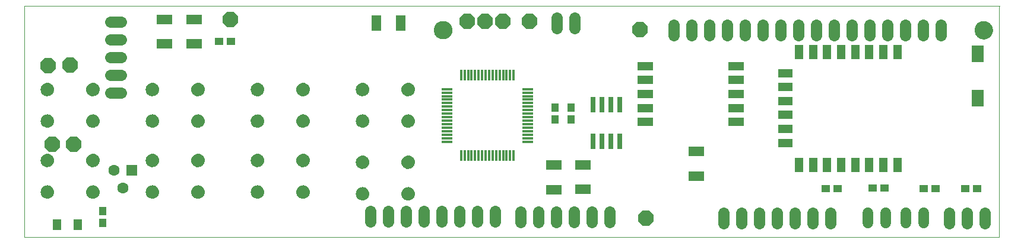
<source format=gts>
G75*
%MOIN*%
%OFA0B0*%
%FSLAX25Y25*%
%IPPOS*%
%LPD*%
%AMOC8*
5,1,8,0,0,1.08239X$1,22.5*
%
%ADD10C,0.00039*%
%ADD11C,0.00000*%
%ADD12C,0.10250*%
%ADD13OC8,0.08900*%
%ADD14C,0.06400*%
%ADD15R,0.08510X0.05400*%
%ADD16R,0.05400X0.08510*%
%ADD17R,0.05124X0.05912*%
%ADD18R,0.05124X0.08274*%
%ADD19R,0.08274X0.05124*%
%ADD20R,0.06300X0.06300*%
%ADD21C,0.06300*%
%ADD22R,0.04337X0.04731*%
%ADD23R,0.04731X0.04337*%
%ADD24C,0.00500*%
%ADD25R,0.06699X0.09455*%
%ADD26R,0.06200X0.01500*%
%ADD27R,0.01500X0.06200*%
%ADD28R,0.02800X0.09100*%
%ADD29R,0.09000X0.04600*%
%ADD30C,0.06000*%
D10*
X0001846Y0002245D02*
X0549091Y0002245D01*
X0549091Y0132742D01*
X0549591Y0132742D01*
X0549091Y0132742D02*
X0001846Y0132742D01*
X0001846Y0002245D01*
X0535509Y0119035D02*
X0535511Y0119175D01*
X0535517Y0119315D01*
X0535527Y0119454D01*
X0535541Y0119593D01*
X0535559Y0119732D01*
X0535580Y0119870D01*
X0535606Y0120008D01*
X0535636Y0120145D01*
X0535669Y0120280D01*
X0535707Y0120415D01*
X0535748Y0120549D01*
X0535793Y0120682D01*
X0535841Y0120813D01*
X0535894Y0120942D01*
X0535950Y0121071D01*
X0536009Y0121197D01*
X0536073Y0121322D01*
X0536139Y0121445D01*
X0536210Y0121566D01*
X0536283Y0121685D01*
X0536360Y0121802D01*
X0536441Y0121916D01*
X0536524Y0122028D01*
X0536611Y0122138D01*
X0536701Y0122246D01*
X0536793Y0122350D01*
X0536889Y0122452D01*
X0536988Y0122552D01*
X0537089Y0122648D01*
X0537193Y0122742D01*
X0537300Y0122832D01*
X0537409Y0122919D01*
X0537521Y0123004D01*
X0537635Y0123085D01*
X0537751Y0123163D01*
X0537869Y0123237D01*
X0537990Y0123308D01*
X0538112Y0123376D01*
X0538237Y0123440D01*
X0538363Y0123501D01*
X0538490Y0123558D01*
X0538620Y0123611D01*
X0538751Y0123661D01*
X0538883Y0123706D01*
X0539016Y0123749D01*
X0539151Y0123787D01*
X0539286Y0123821D01*
X0539423Y0123852D01*
X0539560Y0123879D01*
X0539698Y0123901D01*
X0539837Y0123920D01*
X0539976Y0123935D01*
X0540115Y0123946D01*
X0540255Y0123953D01*
X0540395Y0123956D01*
X0540535Y0123955D01*
X0540675Y0123950D01*
X0540814Y0123941D01*
X0540954Y0123928D01*
X0541093Y0123911D01*
X0541231Y0123890D01*
X0541369Y0123866D01*
X0541506Y0123837D01*
X0541642Y0123805D01*
X0541777Y0123768D01*
X0541911Y0123728D01*
X0542044Y0123684D01*
X0542175Y0123636D01*
X0542305Y0123585D01*
X0542434Y0123530D01*
X0542561Y0123471D01*
X0542686Y0123408D01*
X0542809Y0123343D01*
X0542931Y0123273D01*
X0543050Y0123200D01*
X0543168Y0123124D01*
X0543283Y0123045D01*
X0543396Y0122962D01*
X0543506Y0122876D01*
X0543614Y0122787D01*
X0543719Y0122695D01*
X0543822Y0122600D01*
X0543922Y0122502D01*
X0544019Y0122402D01*
X0544113Y0122298D01*
X0544205Y0122192D01*
X0544293Y0122084D01*
X0544378Y0121973D01*
X0544460Y0121859D01*
X0544539Y0121743D01*
X0544614Y0121626D01*
X0544686Y0121506D01*
X0544754Y0121384D01*
X0544819Y0121260D01*
X0544881Y0121134D01*
X0544939Y0121007D01*
X0544993Y0120878D01*
X0545044Y0120747D01*
X0545090Y0120615D01*
X0545133Y0120482D01*
X0545173Y0120348D01*
X0545208Y0120213D01*
X0545240Y0120076D01*
X0545267Y0119939D01*
X0545291Y0119801D01*
X0545311Y0119663D01*
X0545327Y0119524D01*
X0545339Y0119384D01*
X0545347Y0119245D01*
X0545351Y0119105D01*
X0545351Y0118965D01*
X0545347Y0118825D01*
X0545339Y0118686D01*
X0545327Y0118546D01*
X0545311Y0118407D01*
X0545291Y0118269D01*
X0545267Y0118131D01*
X0545240Y0117994D01*
X0545208Y0117857D01*
X0545173Y0117722D01*
X0545133Y0117588D01*
X0545090Y0117455D01*
X0545044Y0117323D01*
X0544993Y0117192D01*
X0544939Y0117063D01*
X0544881Y0116936D01*
X0544819Y0116810D01*
X0544754Y0116686D01*
X0544686Y0116564D01*
X0544614Y0116444D01*
X0544539Y0116327D01*
X0544460Y0116211D01*
X0544378Y0116097D01*
X0544293Y0115986D01*
X0544205Y0115878D01*
X0544113Y0115772D01*
X0544019Y0115668D01*
X0543922Y0115568D01*
X0543822Y0115470D01*
X0543719Y0115375D01*
X0543614Y0115283D01*
X0543506Y0115194D01*
X0543396Y0115108D01*
X0543283Y0115025D01*
X0543168Y0114946D01*
X0543050Y0114870D01*
X0542931Y0114797D01*
X0542809Y0114727D01*
X0542686Y0114662D01*
X0542561Y0114599D01*
X0542434Y0114540D01*
X0542305Y0114485D01*
X0542175Y0114434D01*
X0542044Y0114386D01*
X0541911Y0114342D01*
X0541777Y0114302D01*
X0541642Y0114265D01*
X0541506Y0114233D01*
X0541369Y0114204D01*
X0541231Y0114180D01*
X0541093Y0114159D01*
X0540954Y0114142D01*
X0540814Y0114129D01*
X0540675Y0114120D01*
X0540535Y0114115D01*
X0540395Y0114114D01*
X0540255Y0114117D01*
X0540115Y0114124D01*
X0539976Y0114135D01*
X0539837Y0114150D01*
X0539698Y0114169D01*
X0539560Y0114191D01*
X0539423Y0114218D01*
X0539286Y0114249D01*
X0539151Y0114283D01*
X0539016Y0114321D01*
X0538883Y0114364D01*
X0538751Y0114409D01*
X0538620Y0114459D01*
X0538490Y0114512D01*
X0538363Y0114569D01*
X0538237Y0114630D01*
X0538112Y0114694D01*
X0537990Y0114762D01*
X0537869Y0114833D01*
X0537751Y0114907D01*
X0537635Y0114985D01*
X0537521Y0115066D01*
X0537409Y0115151D01*
X0537300Y0115238D01*
X0537193Y0115328D01*
X0537089Y0115422D01*
X0536988Y0115518D01*
X0536889Y0115618D01*
X0536793Y0115720D01*
X0536701Y0115824D01*
X0536611Y0115932D01*
X0536524Y0116042D01*
X0536441Y0116154D01*
X0536360Y0116268D01*
X0536283Y0116385D01*
X0536210Y0116504D01*
X0536139Y0116625D01*
X0536073Y0116748D01*
X0536009Y0116873D01*
X0535950Y0116999D01*
X0535894Y0117128D01*
X0535841Y0117257D01*
X0535793Y0117388D01*
X0535748Y0117521D01*
X0535707Y0117655D01*
X0535669Y0117790D01*
X0535636Y0117925D01*
X0535606Y0118062D01*
X0535580Y0118200D01*
X0535559Y0118338D01*
X0535541Y0118477D01*
X0535527Y0118616D01*
X0535517Y0118755D01*
X0535511Y0118895D01*
X0535509Y0119035D01*
D11*
X0535475Y0119000D02*
X0535477Y0119140D01*
X0535483Y0119280D01*
X0535493Y0119420D01*
X0535507Y0119559D01*
X0535525Y0119698D01*
X0535546Y0119836D01*
X0535572Y0119974D01*
X0535602Y0120111D01*
X0535635Y0120246D01*
X0535673Y0120381D01*
X0535714Y0120515D01*
X0535759Y0120648D01*
X0535808Y0120779D01*
X0535860Y0120909D01*
X0535916Y0121037D01*
X0535976Y0121164D01*
X0536039Y0121289D01*
X0536106Y0121412D01*
X0536176Y0121533D01*
X0536250Y0121652D01*
X0536327Y0121769D01*
X0536407Y0121884D01*
X0536491Y0121996D01*
X0536578Y0122106D01*
X0536668Y0122213D01*
X0536760Y0122318D01*
X0536856Y0122420D01*
X0536955Y0122519D01*
X0537056Y0122616D01*
X0537160Y0122710D01*
X0537267Y0122800D01*
X0537376Y0122888D01*
X0537488Y0122972D01*
X0537602Y0123053D01*
X0537719Y0123131D01*
X0537837Y0123206D01*
X0537958Y0123277D01*
X0538080Y0123344D01*
X0538205Y0123409D01*
X0538331Y0123469D01*
X0538459Y0123526D01*
X0538588Y0123580D01*
X0538719Y0123629D01*
X0538851Y0123675D01*
X0538985Y0123717D01*
X0539120Y0123756D01*
X0539255Y0123790D01*
X0539392Y0123821D01*
X0539529Y0123847D01*
X0539668Y0123870D01*
X0539806Y0123889D01*
X0539946Y0123904D01*
X0540085Y0123915D01*
X0540225Y0123922D01*
X0540365Y0123925D01*
X0540505Y0123924D01*
X0540645Y0123919D01*
X0540785Y0123910D01*
X0540924Y0123897D01*
X0541063Y0123880D01*
X0541202Y0123859D01*
X0541339Y0123835D01*
X0541476Y0123806D01*
X0541613Y0123773D01*
X0541748Y0123737D01*
X0541882Y0123697D01*
X0542015Y0123653D01*
X0542146Y0123605D01*
X0542277Y0123553D01*
X0542405Y0123498D01*
X0542532Y0123439D01*
X0542658Y0123377D01*
X0542781Y0123311D01*
X0542903Y0123242D01*
X0543022Y0123169D01*
X0543140Y0123093D01*
X0543255Y0123013D01*
X0543368Y0122930D01*
X0543479Y0122844D01*
X0543587Y0122755D01*
X0543692Y0122663D01*
X0543795Y0122568D01*
X0543895Y0122470D01*
X0543992Y0122369D01*
X0544086Y0122266D01*
X0544178Y0122160D01*
X0544266Y0122051D01*
X0544351Y0121940D01*
X0544433Y0121826D01*
X0544512Y0121711D01*
X0544587Y0121593D01*
X0544659Y0121473D01*
X0544728Y0121351D01*
X0544793Y0121227D01*
X0544854Y0121101D01*
X0544912Y0120973D01*
X0544967Y0120844D01*
X0545017Y0120714D01*
X0545064Y0120582D01*
X0545107Y0120448D01*
X0545146Y0120314D01*
X0545182Y0120179D01*
X0545213Y0120042D01*
X0545241Y0119905D01*
X0545265Y0119767D01*
X0545285Y0119628D01*
X0545301Y0119489D01*
X0545313Y0119350D01*
X0545321Y0119210D01*
X0545325Y0119070D01*
X0545325Y0118930D01*
X0545321Y0118790D01*
X0545313Y0118650D01*
X0545301Y0118511D01*
X0545285Y0118372D01*
X0545265Y0118233D01*
X0545241Y0118095D01*
X0545213Y0117958D01*
X0545182Y0117821D01*
X0545146Y0117686D01*
X0545107Y0117552D01*
X0545064Y0117418D01*
X0545017Y0117286D01*
X0544967Y0117156D01*
X0544912Y0117027D01*
X0544854Y0116899D01*
X0544793Y0116773D01*
X0544728Y0116649D01*
X0544659Y0116527D01*
X0544587Y0116407D01*
X0544512Y0116289D01*
X0544433Y0116174D01*
X0544351Y0116060D01*
X0544266Y0115949D01*
X0544178Y0115840D01*
X0544086Y0115734D01*
X0543992Y0115631D01*
X0543895Y0115530D01*
X0543795Y0115432D01*
X0543692Y0115337D01*
X0543587Y0115245D01*
X0543479Y0115156D01*
X0543368Y0115070D01*
X0543255Y0114987D01*
X0543140Y0114907D01*
X0543022Y0114831D01*
X0542903Y0114758D01*
X0542781Y0114689D01*
X0542658Y0114623D01*
X0542532Y0114561D01*
X0542405Y0114502D01*
X0542277Y0114447D01*
X0542146Y0114395D01*
X0542015Y0114347D01*
X0541882Y0114303D01*
X0541748Y0114263D01*
X0541613Y0114227D01*
X0541476Y0114194D01*
X0541339Y0114165D01*
X0541202Y0114141D01*
X0541063Y0114120D01*
X0540924Y0114103D01*
X0540785Y0114090D01*
X0540645Y0114081D01*
X0540505Y0114076D01*
X0540365Y0114075D01*
X0540225Y0114078D01*
X0540085Y0114085D01*
X0539946Y0114096D01*
X0539806Y0114111D01*
X0539668Y0114130D01*
X0539529Y0114153D01*
X0539392Y0114179D01*
X0539255Y0114210D01*
X0539120Y0114244D01*
X0538985Y0114283D01*
X0538851Y0114325D01*
X0538719Y0114371D01*
X0538588Y0114420D01*
X0538459Y0114474D01*
X0538331Y0114531D01*
X0538205Y0114591D01*
X0538080Y0114656D01*
X0537958Y0114723D01*
X0537837Y0114794D01*
X0537719Y0114869D01*
X0537602Y0114947D01*
X0537488Y0115028D01*
X0537376Y0115112D01*
X0537267Y0115200D01*
X0537160Y0115290D01*
X0537056Y0115384D01*
X0536955Y0115481D01*
X0536856Y0115580D01*
X0536760Y0115682D01*
X0536668Y0115787D01*
X0536578Y0115894D01*
X0536491Y0116004D01*
X0536407Y0116116D01*
X0536327Y0116231D01*
X0536250Y0116348D01*
X0536176Y0116467D01*
X0536106Y0116588D01*
X0536039Y0116711D01*
X0535976Y0116836D01*
X0535916Y0116963D01*
X0535860Y0117091D01*
X0535808Y0117221D01*
X0535759Y0117352D01*
X0535714Y0117485D01*
X0535673Y0117619D01*
X0535635Y0117754D01*
X0535602Y0117889D01*
X0535572Y0118026D01*
X0535546Y0118164D01*
X0535525Y0118302D01*
X0535507Y0118441D01*
X0535493Y0118580D01*
X0535483Y0118720D01*
X0535477Y0118860D01*
X0535475Y0119000D01*
X0231975Y0119100D02*
X0231977Y0119240D01*
X0231983Y0119380D01*
X0231993Y0119520D01*
X0232007Y0119659D01*
X0232025Y0119798D01*
X0232046Y0119936D01*
X0232072Y0120074D01*
X0232102Y0120211D01*
X0232135Y0120346D01*
X0232173Y0120481D01*
X0232214Y0120615D01*
X0232259Y0120748D01*
X0232308Y0120879D01*
X0232360Y0121009D01*
X0232416Y0121137D01*
X0232476Y0121264D01*
X0232539Y0121389D01*
X0232606Y0121512D01*
X0232676Y0121633D01*
X0232750Y0121752D01*
X0232827Y0121869D01*
X0232907Y0121984D01*
X0232991Y0122096D01*
X0233078Y0122206D01*
X0233168Y0122313D01*
X0233260Y0122418D01*
X0233356Y0122520D01*
X0233455Y0122619D01*
X0233556Y0122716D01*
X0233660Y0122810D01*
X0233767Y0122900D01*
X0233876Y0122988D01*
X0233988Y0123072D01*
X0234102Y0123153D01*
X0234219Y0123231D01*
X0234337Y0123306D01*
X0234458Y0123377D01*
X0234580Y0123444D01*
X0234705Y0123509D01*
X0234831Y0123569D01*
X0234959Y0123626D01*
X0235088Y0123680D01*
X0235219Y0123729D01*
X0235351Y0123775D01*
X0235485Y0123817D01*
X0235620Y0123856D01*
X0235755Y0123890D01*
X0235892Y0123921D01*
X0236029Y0123947D01*
X0236168Y0123970D01*
X0236306Y0123989D01*
X0236446Y0124004D01*
X0236585Y0124015D01*
X0236725Y0124022D01*
X0236865Y0124025D01*
X0237005Y0124024D01*
X0237145Y0124019D01*
X0237285Y0124010D01*
X0237424Y0123997D01*
X0237563Y0123980D01*
X0237702Y0123959D01*
X0237839Y0123935D01*
X0237976Y0123906D01*
X0238113Y0123873D01*
X0238248Y0123837D01*
X0238382Y0123797D01*
X0238515Y0123753D01*
X0238646Y0123705D01*
X0238777Y0123653D01*
X0238905Y0123598D01*
X0239032Y0123539D01*
X0239158Y0123477D01*
X0239281Y0123411D01*
X0239403Y0123342D01*
X0239522Y0123269D01*
X0239640Y0123193D01*
X0239755Y0123113D01*
X0239868Y0123030D01*
X0239979Y0122944D01*
X0240087Y0122855D01*
X0240192Y0122763D01*
X0240295Y0122668D01*
X0240395Y0122570D01*
X0240492Y0122469D01*
X0240586Y0122366D01*
X0240678Y0122260D01*
X0240766Y0122151D01*
X0240851Y0122040D01*
X0240933Y0121926D01*
X0241012Y0121811D01*
X0241087Y0121693D01*
X0241159Y0121573D01*
X0241228Y0121451D01*
X0241293Y0121327D01*
X0241354Y0121201D01*
X0241412Y0121073D01*
X0241467Y0120944D01*
X0241517Y0120814D01*
X0241564Y0120682D01*
X0241607Y0120548D01*
X0241646Y0120414D01*
X0241682Y0120279D01*
X0241713Y0120142D01*
X0241741Y0120005D01*
X0241765Y0119867D01*
X0241785Y0119728D01*
X0241801Y0119589D01*
X0241813Y0119450D01*
X0241821Y0119310D01*
X0241825Y0119170D01*
X0241825Y0119030D01*
X0241821Y0118890D01*
X0241813Y0118750D01*
X0241801Y0118611D01*
X0241785Y0118472D01*
X0241765Y0118333D01*
X0241741Y0118195D01*
X0241713Y0118058D01*
X0241682Y0117921D01*
X0241646Y0117786D01*
X0241607Y0117652D01*
X0241564Y0117518D01*
X0241517Y0117386D01*
X0241467Y0117256D01*
X0241412Y0117127D01*
X0241354Y0116999D01*
X0241293Y0116873D01*
X0241228Y0116749D01*
X0241159Y0116627D01*
X0241087Y0116507D01*
X0241012Y0116389D01*
X0240933Y0116274D01*
X0240851Y0116160D01*
X0240766Y0116049D01*
X0240678Y0115940D01*
X0240586Y0115834D01*
X0240492Y0115731D01*
X0240395Y0115630D01*
X0240295Y0115532D01*
X0240192Y0115437D01*
X0240087Y0115345D01*
X0239979Y0115256D01*
X0239868Y0115170D01*
X0239755Y0115087D01*
X0239640Y0115007D01*
X0239522Y0114931D01*
X0239403Y0114858D01*
X0239281Y0114789D01*
X0239158Y0114723D01*
X0239032Y0114661D01*
X0238905Y0114602D01*
X0238777Y0114547D01*
X0238646Y0114495D01*
X0238515Y0114447D01*
X0238382Y0114403D01*
X0238248Y0114363D01*
X0238113Y0114327D01*
X0237976Y0114294D01*
X0237839Y0114265D01*
X0237702Y0114241D01*
X0237563Y0114220D01*
X0237424Y0114203D01*
X0237285Y0114190D01*
X0237145Y0114181D01*
X0237005Y0114176D01*
X0236865Y0114175D01*
X0236725Y0114178D01*
X0236585Y0114185D01*
X0236446Y0114196D01*
X0236306Y0114211D01*
X0236168Y0114230D01*
X0236029Y0114253D01*
X0235892Y0114279D01*
X0235755Y0114310D01*
X0235620Y0114344D01*
X0235485Y0114383D01*
X0235351Y0114425D01*
X0235219Y0114471D01*
X0235088Y0114520D01*
X0234959Y0114574D01*
X0234831Y0114631D01*
X0234705Y0114691D01*
X0234580Y0114756D01*
X0234458Y0114823D01*
X0234337Y0114894D01*
X0234219Y0114969D01*
X0234102Y0115047D01*
X0233988Y0115128D01*
X0233876Y0115212D01*
X0233767Y0115300D01*
X0233660Y0115390D01*
X0233556Y0115484D01*
X0233455Y0115581D01*
X0233356Y0115680D01*
X0233260Y0115782D01*
X0233168Y0115887D01*
X0233078Y0115994D01*
X0232991Y0116104D01*
X0232907Y0116216D01*
X0232827Y0116331D01*
X0232750Y0116448D01*
X0232676Y0116567D01*
X0232606Y0116688D01*
X0232539Y0116811D01*
X0232476Y0116936D01*
X0232416Y0117063D01*
X0232360Y0117191D01*
X0232308Y0117321D01*
X0232259Y0117452D01*
X0232214Y0117585D01*
X0232173Y0117719D01*
X0232135Y0117854D01*
X0232102Y0117989D01*
X0232072Y0118126D01*
X0232046Y0118264D01*
X0232025Y0118402D01*
X0232007Y0118541D01*
X0231993Y0118680D01*
X0231983Y0118820D01*
X0231977Y0118960D01*
X0231975Y0119100D01*
D12*
X0236900Y0119100D03*
X0540400Y0119000D03*
D13*
X0347400Y0119300D03*
X0285600Y0124000D03*
X0270500Y0124100D03*
X0260500Y0124100D03*
X0250500Y0124100D03*
X0117500Y0125100D03*
X0027500Y0099200D03*
X0015000Y0099100D03*
X0017500Y0054600D03*
X0029500Y0054600D03*
X0350900Y0012800D03*
D14*
X0330500Y0010600D02*
X0330500Y0016600D01*
X0320500Y0016600D02*
X0320500Y0010600D01*
X0310500Y0010600D02*
X0310500Y0016600D01*
X0300500Y0016600D02*
X0300500Y0010600D01*
X0290500Y0010600D02*
X0290500Y0016600D01*
X0280500Y0016600D02*
X0280500Y0010600D01*
X0266000Y0011100D02*
X0266000Y0017100D01*
X0256000Y0017100D02*
X0256000Y0011100D01*
X0246000Y0011100D02*
X0246000Y0017100D01*
X0236000Y0017100D02*
X0236000Y0011100D01*
X0226000Y0011100D02*
X0226000Y0017100D01*
X0216000Y0017100D02*
X0216000Y0011100D01*
X0206000Y0011100D02*
X0206000Y0017100D01*
X0196000Y0017100D02*
X0196000Y0011100D01*
X0394500Y0010100D02*
X0394500Y0016100D01*
X0404500Y0016100D02*
X0404500Y0010100D01*
X0414500Y0010100D02*
X0414500Y0016100D01*
X0424500Y0016100D02*
X0424500Y0010100D01*
X0434500Y0010100D02*
X0434500Y0016100D01*
X0444500Y0016100D02*
X0444500Y0010100D01*
X0454500Y0010100D02*
X0454500Y0016100D01*
X0521000Y0016100D02*
X0521000Y0010100D01*
X0531000Y0010100D02*
X0531000Y0016100D01*
X0541000Y0016100D02*
X0541000Y0010100D01*
X0516500Y0116100D02*
X0516500Y0122100D01*
X0506500Y0122100D02*
X0506500Y0116100D01*
X0496500Y0116100D02*
X0496500Y0122100D01*
X0486500Y0122100D02*
X0486500Y0116100D01*
X0476500Y0116100D02*
X0476500Y0122100D01*
X0466500Y0122100D02*
X0466500Y0116100D01*
X0456500Y0116100D02*
X0456500Y0122100D01*
X0446500Y0122100D02*
X0446500Y0116100D01*
X0436500Y0116100D02*
X0436500Y0122100D01*
X0426500Y0122100D02*
X0426500Y0116100D01*
X0416500Y0116100D02*
X0416500Y0122100D01*
X0406500Y0122100D02*
X0406500Y0116100D01*
X0396500Y0116100D02*
X0396500Y0122100D01*
X0386500Y0122100D02*
X0386500Y0116100D01*
X0376500Y0116100D02*
X0376500Y0122100D01*
X0366500Y0122100D02*
X0366500Y0116100D01*
X0310700Y0119900D02*
X0310700Y0125900D01*
X0300700Y0125900D02*
X0300700Y0119900D01*
X0056000Y0123600D02*
X0050000Y0123600D01*
X0050000Y0113600D02*
X0056000Y0113600D01*
X0056000Y0103600D02*
X0050000Y0103600D01*
X0050000Y0093600D02*
X0056000Y0093600D01*
X0056000Y0083600D02*
X0050000Y0083600D01*
D15*
X0080500Y0111191D03*
X0097000Y0111191D03*
X0097000Y0125009D03*
X0080500Y0125009D03*
X0379000Y0050509D03*
X0379000Y0036691D03*
X0315300Y0043009D03*
X0299000Y0042909D03*
X0299000Y0029091D03*
X0315300Y0029191D03*
D16*
X0213209Y0122800D03*
X0199391Y0122800D03*
D17*
X0031806Y0009400D03*
X0019994Y0009400D03*
D18*
X0436874Y0042820D03*
X0444748Y0042820D03*
X0452622Y0042820D03*
X0460496Y0042820D03*
X0468370Y0042820D03*
X0476244Y0042820D03*
X0484118Y0042820D03*
X0491992Y0042820D03*
X0491992Y0106600D03*
X0484118Y0106600D03*
X0476244Y0106600D03*
X0468370Y0106600D03*
X0460496Y0106600D03*
X0452622Y0106600D03*
X0444748Y0106600D03*
X0436874Y0106600D03*
D19*
X0429000Y0094789D03*
X0429000Y0086915D03*
X0429000Y0079041D03*
X0429000Y0071167D03*
X0429000Y0063293D03*
X0429000Y0055419D03*
D20*
X0062000Y0040100D03*
D21*
X0052000Y0040100D03*
X0057000Y0030100D03*
D22*
X0045700Y0016846D03*
X0045700Y0010154D03*
X0299800Y0068754D03*
X0308800Y0068754D03*
X0308800Y0075446D03*
X0299800Y0075446D03*
D23*
X0117846Y0112600D03*
X0111154Y0112600D03*
X0451654Y0029600D03*
X0458346Y0029600D03*
X0478154Y0030100D03*
X0484846Y0030100D03*
X0506654Y0029600D03*
X0513346Y0029600D03*
X0530154Y0029600D03*
X0536846Y0029600D03*
D24*
X0220760Y0026690D02*
X0220692Y0026017D01*
X0220493Y0025371D01*
X0220173Y0024775D01*
X0219742Y0024254D01*
X0219218Y0023826D01*
X0218621Y0023509D01*
X0217973Y0023315D01*
X0217300Y0023250D01*
X0217270Y0023230D01*
X0216609Y0023290D01*
X0215973Y0023478D01*
X0215385Y0023787D01*
X0214869Y0024204D01*
X0214445Y0024714D01*
X0214127Y0025297D01*
X0213930Y0025930D01*
X0213860Y0026590D01*
X0220750Y0026590D01*
X0220760Y0026690D02*
X0220750Y0026770D01*
X0220679Y0027435D01*
X0220479Y0028073D01*
X0220159Y0028659D01*
X0219730Y0029172D01*
X0219210Y0029592D01*
X0218617Y0029902D01*
X0217976Y0030090D01*
X0217310Y0030150D01*
X0217340Y0030140D01*
X0216662Y0030079D01*
X0216010Y0029887D01*
X0215407Y0029572D01*
X0214878Y0029145D01*
X0214442Y0028623D01*
X0214116Y0028026D01*
X0213913Y0027377D01*
X0213840Y0026700D01*
X0213860Y0026590D01*
X0213882Y0027089D02*
X0220716Y0027089D01*
X0220631Y0027587D02*
X0213979Y0027587D01*
X0214148Y0028086D02*
X0220472Y0028086D01*
X0220200Y0028584D02*
X0214420Y0028584D01*
X0214826Y0029083D02*
X0219805Y0029083D01*
X0219223Y0029581D02*
X0215425Y0029581D01*
X0216667Y0030080D02*
X0218012Y0030080D01*
X0220699Y0026092D02*
X0213913Y0026092D01*
X0214035Y0025593D02*
X0220562Y0025593D01*
X0220345Y0025095D02*
X0214237Y0025095D01*
X0214543Y0024596D02*
X0220025Y0024596D01*
X0219551Y0024098D02*
X0215001Y0024098D01*
X0215743Y0023599D02*
X0218790Y0023599D01*
X0195092Y0026027D02*
X0194893Y0025381D01*
X0194573Y0024785D01*
X0194142Y0024264D01*
X0193618Y0023836D01*
X0193021Y0023519D01*
X0192373Y0023325D01*
X0191700Y0023260D01*
X0191670Y0023240D01*
X0191009Y0023300D01*
X0190373Y0023488D01*
X0189785Y0023797D01*
X0189269Y0024214D01*
X0188845Y0024724D01*
X0188527Y0025307D01*
X0188330Y0025940D01*
X0188260Y0026600D01*
X0188240Y0026710D01*
X0188313Y0027387D01*
X0188516Y0028036D01*
X0188842Y0028633D01*
X0189278Y0029155D01*
X0189807Y0029582D01*
X0190410Y0029897D01*
X0191062Y0030089D01*
X0191740Y0030150D01*
X0191710Y0030160D01*
X0192376Y0030100D01*
X0193017Y0029912D01*
X0193610Y0029602D01*
X0194130Y0029182D01*
X0194559Y0028669D01*
X0194879Y0028082D01*
X0195079Y0027445D01*
X0195150Y0026780D01*
X0195160Y0026700D01*
X0195092Y0026027D01*
X0195098Y0026092D02*
X0188314Y0026092D01*
X0188261Y0026590D02*
X0195149Y0026590D01*
X0195117Y0027089D02*
X0188281Y0027089D01*
X0188375Y0027587D02*
X0195034Y0027587D01*
X0194877Y0028086D02*
X0188543Y0028086D01*
X0188815Y0028584D02*
X0194605Y0028584D01*
X0194213Y0029083D02*
X0189217Y0029083D01*
X0189806Y0029581D02*
X0193635Y0029581D01*
X0192445Y0030080D02*
X0191030Y0030080D01*
X0188438Y0025593D02*
X0194959Y0025593D01*
X0194740Y0025095D02*
X0188643Y0025095D01*
X0188951Y0024596D02*
X0194417Y0024596D01*
X0193939Y0024098D02*
X0189413Y0024098D01*
X0190162Y0023599D02*
X0193172Y0023599D01*
X0161692Y0027017D02*
X0161493Y0026371D01*
X0161173Y0025775D01*
X0160742Y0025254D01*
X0160218Y0024826D01*
X0159621Y0024509D01*
X0158973Y0024315D01*
X0158300Y0024250D01*
X0158270Y0024230D01*
X0157609Y0024290D01*
X0156973Y0024478D01*
X0156385Y0024787D01*
X0155869Y0025204D01*
X0155445Y0025714D01*
X0155127Y0026297D01*
X0154930Y0026930D01*
X0154860Y0027590D01*
X0154840Y0027700D01*
X0154913Y0028377D01*
X0155116Y0029026D01*
X0155442Y0029623D01*
X0155878Y0030145D01*
X0156407Y0030572D01*
X0157010Y0030887D01*
X0157662Y0031079D01*
X0158340Y0031140D01*
X0158310Y0031150D01*
X0158976Y0031090D01*
X0159617Y0030902D01*
X0160210Y0030592D01*
X0160730Y0030172D01*
X0161159Y0029659D01*
X0161479Y0029073D01*
X0161679Y0028435D01*
X0161750Y0027770D01*
X0161760Y0027690D01*
X0161692Y0027017D01*
X0161699Y0027089D02*
X0154913Y0027089D01*
X0154861Y0027587D02*
X0161749Y0027587D01*
X0161716Y0028086D02*
X0154881Y0028086D01*
X0154978Y0028584D02*
X0161632Y0028584D01*
X0161473Y0029083D02*
X0155147Y0029083D01*
X0155419Y0029581D02*
X0161201Y0029581D01*
X0160807Y0030080D02*
X0155823Y0030080D01*
X0156419Y0030578D02*
X0160227Y0030578D01*
X0159022Y0031077D02*
X0157654Y0031077D01*
X0155036Y0026590D02*
X0161561Y0026590D01*
X0161343Y0026092D02*
X0155239Y0026092D01*
X0155545Y0025593D02*
X0161023Y0025593D01*
X0160547Y0025095D02*
X0156005Y0025095D01*
X0156749Y0024596D02*
X0159785Y0024596D01*
X0136092Y0027027D02*
X0135893Y0026381D01*
X0135573Y0025785D01*
X0135142Y0025264D01*
X0134618Y0024836D01*
X0134021Y0024519D01*
X0133373Y0024325D01*
X0132700Y0024260D01*
X0132670Y0024240D01*
X0132009Y0024300D01*
X0131373Y0024488D01*
X0130785Y0024797D01*
X0130269Y0025214D01*
X0129845Y0025724D01*
X0129527Y0026307D01*
X0129330Y0026940D01*
X0129260Y0027600D01*
X0129240Y0027710D01*
X0129313Y0028387D01*
X0129516Y0029036D01*
X0129842Y0029633D01*
X0130278Y0030155D01*
X0130807Y0030582D01*
X0131410Y0030897D01*
X0132062Y0031089D01*
X0132740Y0031150D01*
X0132710Y0031160D01*
X0133376Y0031100D01*
X0134017Y0030912D01*
X0134610Y0030602D01*
X0135130Y0030182D01*
X0135559Y0029669D01*
X0135879Y0029082D01*
X0136079Y0028445D01*
X0136150Y0027780D01*
X0136160Y0027700D01*
X0136092Y0027027D01*
X0136098Y0027089D02*
X0129314Y0027089D01*
X0129262Y0027587D02*
X0136148Y0027587D01*
X0136117Y0028086D02*
X0129280Y0028086D01*
X0129375Y0028584D02*
X0136035Y0028584D01*
X0135879Y0029083D02*
X0129541Y0029083D01*
X0129813Y0029581D02*
X0135607Y0029581D01*
X0135216Y0030080D02*
X0130215Y0030080D01*
X0130803Y0030578D02*
X0134639Y0030578D01*
X0133456Y0031077D02*
X0132020Y0031077D01*
X0129439Y0026590D02*
X0135958Y0026590D01*
X0135738Y0026092D02*
X0129644Y0026092D01*
X0129953Y0025593D02*
X0135414Y0025593D01*
X0134935Y0025095D02*
X0130417Y0025095D01*
X0131167Y0024596D02*
X0134166Y0024596D01*
X0102760Y0027690D02*
X0102692Y0027017D01*
X0102493Y0026371D01*
X0102173Y0025775D01*
X0101742Y0025254D01*
X0101218Y0024826D01*
X0100621Y0024509D01*
X0099973Y0024315D01*
X0099300Y0024250D01*
X0099270Y0024230D01*
X0098609Y0024290D01*
X0097973Y0024478D01*
X0097385Y0024787D01*
X0096869Y0025204D01*
X0096445Y0025714D01*
X0096127Y0026297D01*
X0095930Y0026930D01*
X0095860Y0027590D01*
X0095840Y0027700D01*
X0095913Y0028377D01*
X0096116Y0029026D01*
X0096442Y0029623D01*
X0096878Y0030145D01*
X0097407Y0030572D01*
X0098010Y0030887D01*
X0098662Y0031079D01*
X0099340Y0031140D01*
X0099310Y0031150D01*
X0099976Y0031090D01*
X0100617Y0030902D01*
X0101210Y0030592D01*
X0101730Y0030172D01*
X0102159Y0029659D01*
X0102479Y0029073D01*
X0102679Y0028435D01*
X0102750Y0027770D01*
X0102760Y0027690D01*
X0102749Y0027587D02*
X0095861Y0027587D01*
X0095881Y0028086D02*
X0102716Y0028086D01*
X0102632Y0028584D02*
X0095978Y0028584D01*
X0096147Y0029083D02*
X0102473Y0029083D01*
X0102201Y0029581D02*
X0096419Y0029581D01*
X0096823Y0030080D02*
X0101807Y0030080D01*
X0101227Y0030578D02*
X0097419Y0030578D01*
X0098654Y0031077D02*
X0100022Y0031077D01*
X0102699Y0027089D02*
X0095913Y0027089D01*
X0096036Y0026590D02*
X0102561Y0026590D01*
X0102343Y0026092D02*
X0096239Y0026092D01*
X0096545Y0025593D02*
X0102023Y0025593D01*
X0101547Y0025095D02*
X0097005Y0025095D01*
X0097749Y0024596D02*
X0100785Y0024596D01*
X0077092Y0027027D02*
X0077160Y0027700D01*
X0077150Y0027780D01*
X0077079Y0028445D01*
X0076879Y0029082D01*
X0076559Y0029669D01*
X0076130Y0030182D01*
X0075610Y0030602D01*
X0075017Y0030912D01*
X0074376Y0031100D01*
X0073710Y0031160D01*
X0073740Y0031150D01*
X0073062Y0031089D01*
X0072410Y0030897D01*
X0071807Y0030582D01*
X0071278Y0030155D01*
X0070842Y0029633D01*
X0070516Y0029036D01*
X0070313Y0028387D01*
X0070240Y0027710D01*
X0070260Y0027600D01*
X0070330Y0026940D01*
X0070527Y0026307D01*
X0070845Y0025724D01*
X0071269Y0025214D01*
X0071785Y0024797D01*
X0072373Y0024488D01*
X0073009Y0024300D01*
X0073670Y0024240D01*
X0073700Y0024260D01*
X0074373Y0024325D01*
X0075021Y0024519D01*
X0075618Y0024836D01*
X0076142Y0025264D01*
X0076573Y0025785D01*
X0076893Y0026381D01*
X0077092Y0027027D01*
X0077098Y0027089D02*
X0070314Y0027089D01*
X0070262Y0027587D02*
X0077148Y0027587D01*
X0077117Y0028086D02*
X0070280Y0028086D01*
X0070375Y0028584D02*
X0077035Y0028584D01*
X0076879Y0029083D02*
X0070541Y0029083D01*
X0070813Y0029581D02*
X0076607Y0029581D01*
X0076216Y0030080D02*
X0071215Y0030080D01*
X0071803Y0030578D02*
X0075639Y0030578D01*
X0074456Y0031077D02*
X0073020Y0031077D01*
X0070439Y0026590D02*
X0076958Y0026590D01*
X0076738Y0026092D02*
X0070644Y0026092D01*
X0070953Y0025593D02*
X0076414Y0025593D01*
X0075935Y0025095D02*
X0071417Y0025095D01*
X0072167Y0024596D02*
X0075166Y0024596D01*
X0043760Y0027690D02*
X0043692Y0027017D01*
X0043493Y0026371D01*
X0043173Y0025775D01*
X0042742Y0025254D01*
X0042218Y0024826D01*
X0041621Y0024509D01*
X0040973Y0024315D01*
X0040300Y0024250D01*
X0040270Y0024230D01*
X0039609Y0024290D01*
X0038973Y0024478D01*
X0038385Y0024787D01*
X0037869Y0025204D01*
X0037445Y0025714D01*
X0037127Y0026297D01*
X0036930Y0026930D01*
X0036860Y0027590D01*
X0036840Y0027700D01*
X0036913Y0028377D01*
X0037116Y0029026D01*
X0037442Y0029623D01*
X0037878Y0030145D01*
X0038407Y0030572D01*
X0039010Y0030887D01*
X0039662Y0031079D01*
X0040340Y0031140D01*
X0040310Y0031150D01*
X0040976Y0031090D01*
X0041617Y0030902D01*
X0042210Y0030592D01*
X0042730Y0030172D01*
X0043159Y0029659D01*
X0043479Y0029073D01*
X0043679Y0028435D01*
X0043750Y0027770D01*
X0043760Y0027690D01*
X0043749Y0027587D02*
X0036861Y0027587D01*
X0036881Y0028086D02*
X0043716Y0028086D01*
X0043632Y0028584D02*
X0036978Y0028584D01*
X0037147Y0029083D02*
X0043473Y0029083D01*
X0043201Y0029581D02*
X0037419Y0029581D01*
X0037823Y0030080D02*
X0042807Y0030080D01*
X0042227Y0030578D02*
X0038419Y0030578D01*
X0039654Y0031077D02*
X0041022Y0031077D01*
X0043699Y0027089D02*
X0036913Y0027089D01*
X0037036Y0026590D02*
X0043561Y0026590D01*
X0043343Y0026092D02*
X0037239Y0026092D01*
X0037545Y0025593D02*
X0043023Y0025593D01*
X0042547Y0025095D02*
X0038005Y0025095D01*
X0038749Y0024596D02*
X0041785Y0024596D01*
X0018092Y0027027D02*
X0017893Y0026381D01*
X0017573Y0025785D01*
X0017142Y0025264D01*
X0016618Y0024836D01*
X0016021Y0024519D01*
X0015373Y0024325D01*
X0014700Y0024260D01*
X0014670Y0024240D01*
X0014009Y0024300D01*
X0013373Y0024488D01*
X0012785Y0024797D01*
X0012269Y0025214D01*
X0011845Y0025724D01*
X0011527Y0026307D01*
X0011330Y0026940D01*
X0011260Y0027600D01*
X0011240Y0027710D01*
X0011313Y0028387D01*
X0011516Y0029036D01*
X0011842Y0029633D01*
X0012278Y0030155D01*
X0012807Y0030582D01*
X0013410Y0030897D01*
X0014062Y0031089D01*
X0014740Y0031150D01*
X0014710Y0031160D01*
X0015376Y0031100D01*
X0016017Y0030912D01*
X0016610Y0030602D01*
X0017130Y0030182D01*
X0017559Y0029669D01*
X0017879Y0029082D01*
X0018079Y0028445D01*
X0018150Y0027780D01*
X0018160Y0027700D01*
X0018092Y0027027D01*
X0018098Y0027089D02*
X0011314Y0027089D01*
X0011262Y0027587D02*
X0018148Y0027587D01*
X0018117Y0028086D02*
X0011280Y0028086D01*
X0011375Y0028584D02*
X0018035Y0028584D01*
X0017879Y0029083D02*
X0011541Y0029083D01*
X0011813Y0029581D02*
X0017607Y0029581D01*
X0017216Y0030080D02*
X0012215Y0030080D01*
X0012803Y0030578D02*
X0016639Y0030578D01*
X0015456Y0031077D02*
X0014020Y0031077D01*
X0011439Y0026590D02*
X0017958Y0026590D01*
X0017738Y0026092D02*
X0011644Y0026092D01*
X0011953Y0025593D02*
X0017414Y0025593D01*
X0016935Y0025095D02*
X0012417Y0025095D01*
X0013167Y0024596D02*
X0016166Y0024596D01*
X0014670Y0042050D02*
X0014009Y0042111D01*
X0013373Y0042298D01*
X0012785Y0042607D01*
X0012269Y0043024D01*
X0011845Y0043534D01*
X0011527Y0044117D01*
X0011330Y0044750D01*
X0011260Y0045410D01*
X0011240Y0045520D01*
X0011313Y0046197D01*
X0011516Y0046846D01*
X0011842Y0047443D01*
X0012278Y0047965D01*
X0012807Y0048392D01*
X0013410Y0048707D01*
X0014062Y0048899D01*
X0014740Y0048960D01*
X0014710Y0048970D01*
X0015376Y0048910D01*
X0016017Y0048722D01*
X0016610Y0048412D01*
X0017130Y0047992D01*
X0017559Y0047479D01*
X0017879Y0046893D01*
X0018079Y0046255D01*
X0018150Y0045590D01*
X0018160Y0045510D01*
X0018092Y0044837D01*
X0017893Y0044191D01*
X0017573Y0043595D01*
X0017142Y0043074D01*
X0016618Y0042646D01*
X0016021Y0042329D01*
X0015373Y0042135D01*
X0014700Y0042070D01*
X0014670Y0042050D01*
X0016423Y0042542D02*
X0012908Y0042542D01*
X0012255Y0043041D02*
X0017102Y0043041D01*
X0017527Y0043539D02*
X0011841Y0043539D01*
X0011570Y0044038D02*
X0017811Y0044038D01*
X0017999Y0044537D02*
X0011397Y0044537D01*
X0011300Y0045035D02*
X0018112Y0045035D01*
X0018157Y0045534D02*
X0011242Y0045534D01*
X0011295Y0046032D02*
X0018103Y0046032D01*
X0017992Y0046531D02*
X0011417Y0046531D01*
X0011616Y0047029D02*
X0017804Y0047029D01*
X0017518Y0047528D02*
X0011912Y0047528D01*
X0012353Y0048026D02*
X0017088Y0048026D01*
X0016394Y0048525D02*
X0013060Y0048525D01*
X0036914Y0046032D02*
X0043724Y0046032D01*
X0043699Y0046265D02*
X0043770Y0045600D01*
X0043780Y0045520D01*
X0043712Y0044847D01*
X0043514Y0044201D01*
X0043193Y0043605D01*
X0042762Y0043084D01*
X0042238Y0042656D01*
X0041641Y0042339D01*
X0040993Y0042145D01*
X0040320Y0042080D01*
X0040290Y0042060D01*
X0039629Y0042120D01*
X0038993Y0042308D01*
X0038405Y0042617D01*
X0037889Y0043034D01*
X0037465Y0043544D01*
X0037147Y0044127D01*
X0036950Y0044760D01*
X0036880Y0045420D01*
X0036860Y0045530D01*
X0036933Y0046207D01*
X0037136Y0046856D01*
X0037462Y0047453D01*
X0037898Y0047975D01*
X0038427Y0048402D01*
X0039030Y0048717D01*
X0039682Y0048909D01*
X0040360Y0048970D01*
X0040330Y0048980D01*
X0040996Y0048920D01*
X0041637Y0048732D01*
X0042230Y0048422D01*
X0042750Y0048002D01*
X0043179Y0047489D01*
X0043499Y0046903D01*
X0043699Y0046265D01*
X0043615Y0046531D02*
X0037034Y0046531D01*
X0037230Y0047029D02*
X0043430Y0047029D01*
X0043147Y0047528D02*
X0037524Y0047528D01*
X0037961Y0048026D02*
X0042720Y0048026D01*
X0042033Y0048525D02*
X0038662Y0048525D01*
X0036861Y0045534D02*
X0043778Y0045534D01*
X0043731Y0045035D02*
X0036921Y0045035D01*
X0037020Y0044537D02*
X0043616Y0044537D01*
X0043426Y0044038D02*
X0037196Y0044038D01*
X0037468Y0043539D02*
X0043139Y0043539D01*
X0042710Y0043041D02*
X0037883Y0043041D01*
X0038547Y0042542D02*
X0042024Y0042542D01*
X0070240Y0045520D02*
X0070313Y0046197D01*
X0070516Y0046846D01*
X0070842Y0047443D01*
X0071278Y0047965D01*
X0071807Y0048392D01*
X0072410Y0048707D01*
X0073062Y0048899D01*
X0073740Y0048960D01*
X0073710Y0048970D01*
X0074376Y0048910D01*
X0075017Y0048722D01*
X0075610Y0048412D01*
X0076130Y0047992D01*
X0076559Y0047479D01*
X0076879Y0046893D01*
X0077079Y0046255D01*
X0077150Y0045590D01*
X0077160Y0045510D01*
X0077092Y0044837D01*
X0076893Y0044191D01*
X0076573Y0043595D01*
X0076142Y0043074D01*
X0075618Y0042646D01*
X0075021Y0042329D01*
X0074373Y0042135D01*
X0073700Y0042070D01*
X0073670Y0042050D01*
X0073009Y0042111D01*
X0072373Y0042298D01*
X0071785Y0042607D01*
X0071269Y0043024D01*
X0070845Y0043534D01*
X0070527Y0044117D01*
X0070330Y0044750D01*
X0070260Y0045410D01*
X0070240Y0045520D01*
X0070242Y0045534D02*
X0077157Y0045534D01*
X0077103Y0046032D02*
X0070295Y0046032D01*
X0070417Y0046531D02*
X0076992Y0046531D01*
X0076804Y0047029D02*
X0070616Y0047029D01*
X0070912Y0047528D02*
X0076518Y0047528D01*
X0076088Y0048026D02*
X0071353Y0048026D01*
X0072060Y0048525D02*
X0075394Y0048525D01*
X0077112Y0045035D02*
X0070300Y0045035D01*
X0070397Y0044537D02*
X0076999Y0044537D01*
X0076811Y0044038D02*
X0070570Y0044038D01*
X0070841Y0043539D02*
X0076527Y0043539D01*
X0076102Y0043041D02*
X0071255Y0043041D01*
X0071908Y0042542D02*
X0075423Y0042542D01*
X0095950Y0044760D02*
X0096147Y0044127D01*
X0096465Y0043544D01*
X0096889Y0043034D01*
X0097405Y0042617D01*
X0097993Y0042308D01*
X0098629Y0042120D01*
X0099290Y0042060D01*
X0099320Y0042080D01*
X0099993Y0042145D01*
X0100641Y0042339D01*
X0101238Y0042656D01*
X0101762Y0043084D01*
X0102193Y0043605D01*
X0102514Y0044201D01*
X0102712Y0044847D01*
X0102780Y0045520D01*
X0102770Y0045600D01*
X0102699Y0046265D01*
X0102499Y0046903D01*
X0102179Y0047489D01*
X0101750Y0048002D01*
X0101230Y0048422D01*
X0100637Y0048732D01*
X0099996Y0048920D01*
X0099330Y0048980D01*
X0099360Y0048970D01*
X0098682Y0048909D01*
X0098030Y0048717D01*
X0097427Y0048402D01*
X0096898Y0047975D01*
X0096462Y0047453D01*
X0096136Y0046856D01*
X0095933Y0046207D01*
X0095860Y0045530D01*
X0095880Y0045420D01*
X0095950Y0044760D01*
X0096020Y0044537D02*
X0102616Y0044537D01*
X0102731Y0045035D02*
X0095921Y0045035D01*
X0095861Y0045534D02*
X0102778Y0045534D01*
X0102724Y0046032D02*
X0095914Y0046032D01*
X0096034Y0046531D02*
X0102615Y0046531D01*
X0102430Y0047029D02*
X0096230Y0047029D01*
X0096524Y0047528D02*
X0102147Y0047528D01*
X0101720Y0048026D02*
X0096961Y0048026D01*
X0097662Y0048525D02*
X0101033Y0048525D01*
X0102426Y0044038D02*
X0096196Y0044038D01*
X0096468Y0043539D02*
X0102139Y0043539D01*
X0101710Y0043041D02*
X0096883Y0043041D01*
X0097547Y0042542D02*
X0101024Y0042542D01*
X0129240Y0045520D02*
X0129313Y0046197D01*
X0129516Y0046846D01*
X0129842Y0047443D01*
X0130278Y0047965D01*
X0130807Y0048392D01*
X0131410Y0048707D01*
X0132062Y0048899D01*
X0132740Y0048960D01*
X0132710Y0048970D01*
X0133376Y0048910D01*
X0134017Y0048722D01*
X0134610Y0048412D01*
X0135130Y0047992D01*
X0135559Y0047479D01*
X0135879Y0046893D01*
X0136079Y0046255D01*
X0136150Y0045590D01*
X0136160Y0045510D01*
X0136092Y0044837D01*
X0135893Y0044191D01*
X0135573Y0043595D01*
X0135142Y0043074D01*
X0134618Y0042646D01*
X0134021Y0042329D01*
X0133373Y0042135D01*
X0132700Y0042070D01*
X0132670Y0042050D01*
X0132009Y0042111D01*
X0131373Y0042298D01*
X0130785Y0042607D01*
X0130269Y0043024D01*
X0129845Y0043534D01*
X0129527Y0044117D01*
X0129330Y0044750D01*
X0129260Y0045410D01*
X0129240Y0045520D01*
X0129242Y0045534D02*
X0136157Y0045534D01*
X0136103Y0046032D02*
X0129295Y0046032D01*
X0129417Y0046531D02*
X0135992Y0046531D01*
X0135804Y0047029D02*
X0129616Y0047029D01*
X0129912Y0047528D02*
X0135518Y0047528D01*
X0135088Y0048026D02*
X0130353Y0048026D01*
X0131060Y0048525D02*
X0134394Y0048525D01*
X0136112Y0045035D02*
X0129300Y0045035D01*
X0129397Y0044537D02*
X0135999Y0044537D01*
X0135811Y0044038D02*
X0129570Y0044038D01*
X0129841Y0043539D02*
X0135527Y0043539D01*
X0135102Y0043041D02*
X0130255Y0043041D01*
X0130908Y0042542D02*
X0134423Y0042542D01*
X0154950Y0044760D02*
X0155147Y0044127D01*
X0155465Y0043544D01*
X0155889Y0043034D01*
X0156405Y0042617D01*
X0156993Y0042308D01*
X0157629Y0042120D01*
X0158290Y0042060D01*
X0158320Y0042080D01*
X0158993Y0042145D01*
X0159641Y0042339D01*
X0160238Y0042656D01*
X0160762Y0043084D01*
X0161193Y0043605D01*
X0161514Y0044201D01*
X0161712Y0044847D01*
X0161780Y0045520D01*
X0161770Y0045600D01*
X0161699Y0046265D01*
X0161499Y0046903D01*
X0161179Y0047489D01*
X0160750Y0048002D01*
X0160230Y0048422D01*
X0159637Y0048732D01*
X0158996Y0048920D01*
X0158330Y0048980D01*
X0158360Y0048970D01*
X0157682Y0048909D01*
X0157030Y0048717D01*
X0156427Y0048402D01*
X0155898Y0047975D01*
X0155462Y0047453D01*
X0155136Y0046856D01*
X0154933Y0046207D01*
X0154860Y0045530D01*
X0154880Y0045420D01*
X0154950Y0044760D01*
X0155020Y0044537D02*
X0161616Y0044537D01*
X0161731Y0045035D02*
X0154921Y0045035D01*
X0154861Y0045534D02*
X0161778Y0045534D01*
X0161724Y0046032D02*
X0154914Y0046032D01*
X0155034Y0046531D02*
X0161615Y0046531D01*
X0161430Y0047029D02*
X0155230Y0047029D01*
X0155524Y0047528D02*
X0161147Y0047528D01*
X0160720Y0048026D02*
X0155961Y0048026D01*
X0156662Y0048525D02*
X0160033Y0048525D01*
X0161426Y0044038D02*
X0155196Y0044038D01*
X0155468Y0043539D02*
X0161139Y0043539D01*
X0160710Y0043041D02*
X0155883Y0043041D01*
X0156547Y0042542D02*
X0160024Y0042542D01*
X0188240Y0044520D02*
X0188260Y0044410D01*
X0188330Y0043750D01*
X0188527Y0043117D01*
X0188845Y0042534D01*
X0189269Y0042024D01*
X0189785Y0041607D01*
X0190373Y0041298D01*
X0191009Y0041111D01*
X0191670Y0041050D01*
X0191700Y0041070D01*
X0192373Y0041135D01*
X0193021Y0041329D01*
X0193618Y0041646D01*
X0194142Y0042074D01*
X0194573Y0042595D01*
X0194893Y0043191D01*
X0195092Y0043837D01*
X0195160Y0044510D01*
X0195150Y0044590D01*
X0195079Y0045255D01*
X0194879Y0045893D01*
X0194559Y0046479D01*
X0194130Y0046992D01*
X0193610Y0047412D01*
X0193017Y0047722D01*
X0192376Y0047910D01*
X0191710Y0047970D01*
X0191740Y0047960D01*
X0191062Y0047899D01*
X0190410Y0047707D01*
X0189807Y0047392D01*
X0189278Y0046965D01*
X0188842Y0046443D01*
X0188516Y0045846D01*
X0188313Y0045197D01*
X0188240Y0044520D01*
X0188242Y0044537D02*
X0195157Y0044537D01*
X0195102Y0045035D02*
X0188295Y0045035D01*
X0188418Y0045534D02*
X0194991Y0045534D01*
X0194803Y0046032D02*
X0188617Y0046032D01*
X0188915Y0046531D02*
X0194516Y0046531D01*
X0194085Y0047029D02*
X0189357Y0047029D01*
X0190066Y0047528D02*
X0193389Y0047528D01*
X0195112Y0044038D02*
X0188300Y0044038D01*
X0188396Y0043539D02*
X0195000Y0043539D01*
X0194813Y0043041D02*
X0188569Y0043041D01*
X0188840Y0042542D02*
X0194529Y0042542D01*
X0194106Y0042044D02*
X0189253Y0042044D01*
X0189902Y0041545D02*
X0193428Y0041545D01*
X0213950Y0043760D02*
X0213880Y0044420D01*
X0213860Y0044530D01*
X0213933Y0045207D01*
X0214136Y0045856D01*
X0214462Y0046453D01*
X0214898Y0046975D01*
X0215427Y0047402D01*
X0216030Y0047717D01*
X0216682Y0047909D01*
X0217360Y0047970D01*
X0217330Y0047980D01*
X0217996Y0047920D01*
X0218637Y0047732D01*
X0219230Y0047422D01*
X0219750Y0047002D01*
X0220179Y0046489D01*
X0220499Y0045903D01*
X0220699Y0045265D01*
X0220770Y0044600D01*
X0220780Y0044520D01*
X0220712Y0043847D01*
X0220514Y0043201D01*
X0220193Y0042605D01*
X0219762Y0042084D01*
X0219238Y0041656D01*
X0218641Y0041339D01*
X0217993Y0041145D01*
X0217320Y0041080D01*
X0217290Y0041060D01*
X0216629Y0041120D01*
X0215993Y0041308D01*
X0215405Y0041617D01*
X0214889Y0042034D01*
X0214465Y0042544D01*
X0214147Y0043127D01*
X0213950Y0043760D01*
X0214019Y0043539D02*
X0220617Y0043539D01*
X0220731Y0044038D02*
X0213921Y0044038D01*
X0213861Y0044537D02*
X0220778Y0044537D01*
X0220723Y0045035D02*
X0213914Y0045035D01*
X0214035Y0045534D02*
X0220614Y0045534D01*
X0220428Y0046032D02*
X0214232Y0046032D01*
X0214527Y0046531D02*
X0220144Y0046531D01*
X0219717Y0047029D02*
X0214965Y0047029D01*
X0215667Y0047528D02*
X0219027Y0047528D01*
X0220428Y0043041D02*
X0214194Y0043041D01*
X0214466Y0042542D02*
X0220141Y0042542D01*
X0219714Y0042044D02*
X0214881Y0042044D01*
X0215541Y0041545D02*
X0219030Y0041545D01*
X0217270Y0064230D02*
X0216609Y0064290D01*
X0215973Y0064478D01*
X0215385Y0064787D01*
X0214869Y0065204D01*
X0214445Y0065714D01*
X0214127Y0066297D01*
X0213930Y0066930D01*
X0213860Y0067590D01*
X0213840Y0067700D01*
X0213913Y0068377D01*
X0214116Y0069026D01*
X0214442Y0069623D01*
X0214878Y0070145D01*
X0215407Y0070572D01*
X0216010Y0070887D01*
X0216662Y0071079D01*
X0217340Y0071140D01*
X0217310Y0071150D01*
X0217976Y0071090D01*
X0218617Y0070902D01*
X0219210Y0070592D01*
X0219730Y0070172D01*
X0220159Y0069659D01*
X0220479Y0069073D01*
X0220679Y0068435D01*
X0220750Y0067770D01*
X0220760Y0067690D01*
X0220692Y0067017D01*
X0220493Y0066371D01*
X0220173Y0065775D01*
X0219742Y0065254D01*
X0219218Y0064826D01*
X0218621Y0064509D01*
X0217973Y0064315D01*
X0217300Y0064250D01*
X0217270Y0064230D01*
X0218514Y0064477D02*
X0215978Y0064477D01*
X0215152Y0064975D02*
X0219401Y0064975D01*
X0219924Y0065474D02*
X0214644Y0065474D01*
X0214304Y0065972D02*
X0220279Y0065972D01*
X0220524Y0066471D02*
X0214073Y0066471D01*
X0213926Y0066970D02*
X0220677Y0066970D01*
X0220737Y0067468D02*
X0213873Y0067468D01*
X0213869Y0067967D02*
X0220729Y0067967D01*
X0220669Y0068465D02*
X0213940Y0068465D01*
X0214096Y0068964D02*
X0220513Y0068964D01*
X0220266Y0069462D02*
X0214354Y0069462D01*
X0214724Y0069961D02*
X0219907Y0069961D01*
X0219374Y0070459D02*
X0215267Y0070459D01*
X0216249Y0070958D02*
X0218427Y0070958D01*
X0195079Y0068445D02*
X0195150Y0067780D01*
X0195160Y0067700D01*
X0195092Y0067027D01*
X0194893Y0066381D01*
X0194573Y0065785D01*
X0194142Y0065264D01*
X0193618Y0064836D01*
X0193021Y0064519D01*
X0192373Y0064325D01*
X0191700Y0064260D01*
X0191670Y0064240D01*
X0191009Y0064300D01*
X0190373Y0064488D01*
X0189785Y0064797D01*
X0189269Y0065214D01*
X0188845Y0065724D01*
X0188527Y0066307D01*
X0188330Y0066940D01*
X0188260Y0067600D01*
X0188240Y0067710D01*
X0188313Y0068387D01*
X0188516Y0069036D01*
X0188842Y0069633D01*
X0189278Y0070155D01*
X0189807Y0070582D01*
X0190410Y0070897D01*
X0191062Y0071089D01*
X0191740Y0071150D01*
X0191710Y0071160D01*
X0192376Y0071100D01*
X0193017Y0070912D01*
X0193610Y0070602D01*
X0194130Y0070182D01*
X0194559Y0069669D01*
X0194879Y0069082D01*
X0195079Y0068445D01*
X0195072Y0068465D02*
X0188337Y0068465D01*
X0188268Y0067967D02*
X0195130Y0067967D01*
X0195136Y0067468D02*
X0188274Y0067468D01*
X0188327Y0066970D02*
X0195074Y0066970D01*
X0194921Y0066471D02*
X0188476Y0066471D01*
X0188709Y0065972D02*
X0194674Y0065972D01*
X0194316Y0065474D02*
X0189053Y0065474D01*
X0189564Y0064975D02*
X0193789Y0064975D01*
X0192881Y0064477D02*
X0190411Y0064477D01*
X0188493Y0068964D02*
X0194916Y0068964D01*
X0194672Y0069462D02*
X0188748Y0069462D01*
X0189115Y0069961D02*
X0194315Y0069961D01*
X0193786Y0070459D02*
X0189655Y0070459D01*
X0190615Y0070958D02*
X0192861Y0070958D01*
X0161760Y0067680D02*
X0161687Y0067003D01*
X0161484Y0066354D01*
X0161158Y0065757D01*
X0160722Y0065235D01*
X0160193Y0064808D01*
X0159590Y0064493D01*
X0158938Y0064301D01*
X0158260Y0064240D01*
X0158290Y0064230D01*
X0157624Y0064290D01*
X0156983Y0064478D01*
X0156390Y0064788D01*
X0155870Y0065208D01*
X0155441Y0065721D01*
X0155121Y0066307D01*
X0154921Y0066945D01*
X0154850Y0067610D01*
X0154840Y0067690D01*
X0154908Y0068363D01*
X0155107Y0069009D01*
X0155427Y0069605D01*
X0155858Y0070126D01*
X0156382Y0070554D01*
X0156979Y0070871D01*
X0157627Y0071065D01*
X0158300Y0071130D01*
X0158330Y0071150D01*
X0158991Y0071089D01*
X0159627Y0070902D01*
X0160215Y0070593D01*
X0160731Y0070176D01*
X0161155Y0069666D01*
X0161473Y0069083D01*
X0161670Y0068450D01*
X0161740Y0067790D01*
X0161760Y0067680D01*
X0161737Y0067468D02*
X0154865Y0067468D01*
X0154868Y0067967D02*
X0161721Y0067967D01*
X0161665Y0068465D02*
X0154940Y0068465D01*
X0155093Y0068964D02*
X0161510Y0068964D01*
X0161266Y0069462D02*
X0155350Y0069462D01*
X0155721Y0069961D02*
X0160910Y0069961D01*
X0160380Y0070459D02*
X0156266Y0070459D01*
X0157268Y0070958D02*
X0159437Y0070958D01*
X0161677Y0066970D02*
X0154919Y0066970D01*
X0155070Y0066471D02*
X0161521Y0066471D01*
X0161276Y0065972D02*
X0155304Y0065972D01*
X0155647Y0065474D02*
X0160922Y0065474D01*
X0160401Y0064975D02*
X0156158Y0064975D01*
X0156987Y0064477D02*
X0159537Y0064477D01*
X0136067Y0066993D02*
X0135864Y0066344D01*
X0135538Y0065747D01*
X0135102Y0065225D01*
X0134573Y0064798D01*
X0133970Y0064483D01*
X0133318Y0064291D01*
X0132640Y0064230D01*
X0132670Y0064220D01*
X0132004Y0064280D01*
X0131363Y0064468D01*
X0130770Y0064778D01*
X0130250Y0065198D01*
X0129821Y0065711D01*
X0129501Y0066297D01*
X0129301Y0066935D01*
X0129230Y0067600D01*
X0129220Y0067680D01*
X0129288Y0068353D01*
X0129486Y0068999D01*
X0129807Y0069595D01*
X0130238Y0070116D01*
X0130762Y0070544D01*
X0131359Y0070861D01*
X0132007Y0071055D01*
X0132680Y0071120D01*
X0132710Y0071140D01*
X0133371Y0071080D01*
X0134007Y0070892D01*
X0134595Y0070583D01*
X0135111Y0070166D01*
X0135535Y0069656D01*
X0135853Y0069073D01*
X0136050Y0068440D01*
X0136120Y0067780D01*
X0136140Y0067670D01*
X0136067Y0066993D01*
X0136060Y0066970D02*
X0129298Y0066970D01*
X0129244Y0067468D02*
X0136118Y0067468D01*
X0136100Y0067967D02*
X0129249Y0067967D01*
X0129323Y0068465D02*
X0136042Y0068465D01*
X0135887Y0068964D02*
X0129475Y0068964D01*
X0129735Y0069462D02*
X0135641Y0069462D01*
X0135282Y0069961D02*
X0130109Y0069961D01*
X0130658Y0070459D02*
X0134748Y0070459D01*
X0133784Y0070958D02*
X0131681Y0070958D01*
X0129447Y0066471D02*
X0135904Y0066471D01*
X0135661Y0065972D02*
X0129678Y0065972D01*
X0130019Y0065474D02*
X0135310Y0065474D01*
X0134793Y0064975D02*
X0130526Y0064975D01*
X0131346Y0064477D02*
X0133951Y0064477D01*
X0102760Y0067690D02*
X0102692Y0067017D01*
X0102493Y0066371D01*
X0102173Y0065775D01*
X0101742Y0065254D01*
X0101218Y0064826D01*
X0100621Y0064509D01*
X0099973Y0064315D01*
X0099300Y0064250D01*
X0099270Y0064230D01*
X0098609Y0064290D01*
X0097973Y0064478D01*
X0097385Y0064787D01*
X0096869Y0065204D01*
X0096445Y0065714D01*
X0096127Y0066297D01*
X0095930Y0066930D01*
X0095860Y0067590D01*
X0095840Y0067700D01*
X0095913Y0068377D01*
X0096116Y0069026D01*
X0096442Y0069623D01*
X0096878Y0070145D01*
X0097407Y0070572D01*
X0098010Y0070887D01*
X0098662Y0071079D01*
X0099340Y0071140D01*
X0099310Y0071150D01*
X0099976Y0071090D01*
X0100617Y0070902D01*
X0101210Y0070592D01*
X0101730Y0070172D01*
X0102159Y0069659D01*
X0102479Y0069073D01*
X0102679Y0068435D01*
X0102750Y0067770D01*
X0102760Y0067690D01*
X0102737Y0067468D02*
X0095873Y0067468D01*
X0095869Y0067967D02*
X0102729Y0067967D01*
X0102669Y0068465D02*
X0095940Y0068465D01*
X0096096Y0068964D02*
X0102513Y0068964D01*
X0102266Y0069462D02*
X0096354Y0069462D01*
X0096724Y0069961D02*
X0101907Y0069961D01*
X0101374Y0070459D02*
X0097267Y0070459D01*
X0098249Y0070958D02*
X0100427Y0070958D01*
X0102677Y0066970D02*
X0095926Y0066970D01*
X0096073Y0066471D02*
X0102524Y0066471D01*
X0102279Y0065972D02*
X0096304Y0065972D01*
X0096644Y0065474D02*
X0101924Y0065474D01*
X0101401Y0064975D02*
X0097152Y0064975D01*
X0097978Y0064477D02*
X0100514Y0064477D01*
X0077092Y0067027D02*
X0077160Y0067700D01*
X0077150Y0067780D01*
X0077079Y0068445D01*
X0076879Y0069082D01*
X0076559Y0069669D01*
X0076130Y0070182D01*
X0075610Y0070602D01*
X0075017Y0070912D01*
X0074376Y0071100D01*
X0073710Y0071160D01*
X0073740Y0071150D01*
X0073062Y0071089D01*
X0072410Y0070897D01*
X0071807Y0070582D01*
X0071278Y0070155D01*
X0070842Y0069633D01*
X0070516Y0069036D01*
X0070313Y0068387D01*
X0070240Y0067710D01*
X0070260Y0067600D01*
X0070330Y0066940D01*
X0070527Y0066307D01*
X0070845Y0065724D01*
X0071269Y0065214D01*
X0071785Y0064797D01*
X0072373Y0064488D01*
X0073009Y0064300D01*
X0073670Y0064240D01*
X0073700Y0064260D01*
X0074373Y0064325D01*
X0075021Y0064519D01*
X0075618Y0064836D01*
X0076142Y0065264D01*
X0076573Y0065785D01*
X0076893Y0066381D01*
X0077092Y0067027D01*
X0077074Y0066970D02*
X0070327Y0066970D01*
X0070274Y0067468D02*
X0077136Y0067468D01*
X0077130Y0067967D02*
X0070268Y0067967D01*
X0070337Y0068465D02*
X0077072Y0068465D01*
X0076916Y0068964D02*
X0070493Y0068964D01*
X0070748Y0069462D02*
X0076672Y0069462D01*
X0076315Y0069961D02*
X0071115Y0069961D01*
X0071655Y0070459D02*
X0075786Y0070459D01*
X0074861Y0070958D02*
X0072615Y0070958D01*
X0070476Y0066471D02*
X0076921Y0066471D01*
X0076674Y0065972D02*
X0070709Y0065972D01*
X0071053Y0065474D02*
X0076316Y0065474D01*
X0075789Y0064975D02*
X0071564Y0064975D01*
X0072411Y0064477D02*
X0074881Y0064477D01*
X0043760Y0067690D02*
X0043692Y0067017D01*
X0043493Y0066371D01*
X0043173Y0065775D01*
X0042742Y0065254D01*
X0042218Y0064826D01*
X0041621Y0064509D01*
X0040973Y0064315D01*
X0040300Y0064250D01*
X0040270Y0064230D01*
X0039609Y0064290D01*
X0038973Y0064478D01*
X0038385Y0064787D01*
X0037869Y0065204D01*
X0037445Y0065714D01*
X0037127Y0066297D01*
X0036930Y0066930D01*
X0036860Y0067590D01*
X0036840Y0067700D01*
X0036913Y0068377D01*
X0037116Y0069026D01*
X0037442Y0069623D01*
X0037878Y0070145D01*
X0038407Y0070572D01*
X0039010Y0070887D01*
X0039662Y0071079D01*
X0040340Y0071140D01*
X0040310Y0071150D01*
X0040976Y0071090D01*
X0041617Y0070902D01*
X0042210Y0070592D01*
X0042730Y0070172D01*
X0043159Y0069659D01*
X0043479Y0069073D01*
X0043679Y0068435D01*
X0043750Y0067770D01*
X0043760Y0067690D01*
X0043737Y0067468D02*
X0036873Y0067468D01*
X0036869Y0067967D02*
X0043729Y0067967D01*
X0043669Y0068465D02*
X0036940Y0068465D01*
X0037096Y0068964D02*
X0043513Y0068964D01*
X0043266Y0069462D02*
X0037354Y0069462D01*
X0037724Y0069961D02*
X0042907Y0069961D01*
X0042374Y0070459D02*
X0038267Y0070459D01*
X0039249Y0070958D02*
X0041427Y0070958D01*
X0043677Y0066970D02*
X0036926Y0066970D01*
X0037073Y0066471D02*
X0043524Y0066471D01*
X0043279Y0065972D02*
X0037304Y0065972D01*
X0037644Y0065474D02*
X0042924Y0065474D01*
X0042401Y0064975D02*
X0038152Y0064975D01*
X0038978Y0064477D02*
X0041514Y0064477D01*
X0018092Y0067027D02*
X0017893Y0066381D01*
X0017573Y0065785D01*
X0017142Y0065264D01*
X0016618Y0064836D01*
X0016021Y0064519D01*
X0015373Y0064325D01*
X0014700Y0064260D01*
X0014670Y0064240D01*
X0014009Y0064300D01*
X0013373Y0064488D01*
X0012785Y0064797D01*
X0012269Y0065214D01*
X0011845Y0065724D01*
X0011527Y0066307D01*
X0011330Y0066940D01*
X0011260Y0067600D01*
X0011240Y0067710D01*
X0011313Y0068387D01*
X0011516Y0069036D01*
X0011842Y0069633D01*
X0012278Y0070155D01*
X0012807Y0070582D01*
X0013410Y0070897D01*
X0014062Y0071089D01*
X0014740Y0071150D01*
X0014710Y0071160D01*
X0015376Y0071100D01*
X0016017Y0070912D01*
X0016610Y0070602D01*
X0017130Y0070182D01*
X0017559Y0069669D01*
X0017879Y0069082D01*
X0018079Y0068445D01*
X0018150Y0067780D01*
X0018160Y0067700D01*
X0018092Y0067027D01*
X0018074Y0066970D02*
X0011327Y0066970D01*
X0011274Y0067468D02*
X0018136Y0067468D01*
X0018130Y0067967D02*
X0011268Y0067967D01*
X0011337Y0068465D02*
X0018072Y0068465D01*
X0017916Y0068964D02*
X0011493Y0068964D01*
X0011748Y0069462D02*
X0017672Y0069462D01*
X0017315Y0069961D02*
X0012115Y0069961D01*
X0012655Y0070459D02*
X0016786Y0070459D01*
X0015861Y0070958D02*
X0013615Y0070958D01*
X0011476Y0066471D02*
X0017921Y0066471D01*
X0017674Y0065972D02*
X0011709Y0065972D01*
X0012053Y0065474D02*
X0017316Y0065474D01*
X0016789Y0064975D02*
X0012564Y0064975D01*
X0013411Y0064477D02*
X0015881Y0064477D01*
X0014670Y0082050D02*
X0014009Y0082111D01*
X0013373Y0082298D01*
X0012785Y0082607D01*
X0012269Y0083024D01*
X0011845Y0083534D01*
X0011527Y0084117D01*
X0011330Y0084750D01*
X0011260Y0085410D01*
X0011240Y0085520D01*
X0011313Y0086197D01*
X0011516Y0086846D01*
X0011842Y0087443D01*
X0012278Y0087965D01*
X0012807Y0088392D01*
X0013410Y0088707D01*
X0014062Y0088899D01*
X0014740Y0088960D01*
X0014710Y0088970D01*
X0015376Y0088910D01*
X0016017Y0088722D01*
X0016610Y0088412D01*
X0017130Y0087992D01*
X0017559Y0087479D01*
X0017879Y0086893D01*
X0018079Y0086255D01*
X0018150Y0085590D01*
X0018160Y0085510D01*
X0018092Y0084837D01*
X0017893Y0084191D01*
X0017573Y0083595D01*
X0017142Y0083074D01*
X0016618Y0082646D01*
X0016021Y0082329D01*
X0015373Y0082135D01*
X0014700Y0082070D01*
X0014670Y0082050D01*
X0016198Y0082423D02*
X0013135Y0082423D01*
X0012396Y0082922D02*
X0016956Y0082922D01*
X0017429Y0083420D02*
X0011939Y0083420D01*
X0011635Y0083919D02*
X0017747Y0083919D01*
X0017963Y0084417D02*
X0011434Y0084417D01*
X0011313Y0084916D02*
X0018100Y0084916D01*
X0018150Y0085414D02*
X0011259Y0085414D01*
X0011282Y0085913D02*
X0018115Y0085913D01*
X0018030Y0086411D02*
X0011380Y0086411D01*
X0011551Y0086910D02*
X0017869Y0086910D01*
X0017597Y0087408D02*
X0011823Y0087408D01*
X0012229Y0087907D02*
X0017201Y0087907D01*
X0016618Y0088405D02*
X0012833Y0088405D01*
X0014114Y0088904D02*
X0015398Y0088904D01*
X0036933Y0086207D02*
X0036860Y0085530D01*
X0036880Y0085420D01*
X0036950Y0084760D01*
X0037147Y0084127D01*
X0037465Y0083544D01*
X0037889Y0083034D01*
X0038405Y0082617D01*
X0038993Y0082308D01*
X0039629Y0082120D01*
X0040290Y0082060D01*
X0040320Y0082080D01*
X0040993Y0082145D01*
X0041641Y0082339D01*
X0042238Y0082656D01*
X0042762Y0083084D01*
X0043193Y0083605D01*
X0043514Y0084201D01*
X0043712Y0084847D01*
X0043780Y0085520D01*
X0043770Y0085600D01*
X0043699Y0086265D01*
X0043499Y0086903D01*
X0043179Y0087489D01*
X0042750Y0088002D01*
X0042230Y0088422D01*
X0041637Y0088732D01*
X0040996Y0088920D01*
X0040330Y0088980D01*
X0040360Y0088970D01*
X0039682Y0088909D01*
X0039030Y0088717D01*
X0038427Y0088402D01*
X0037898Y0087975D01*
X0037462Y0087453D01*
X0037136Y0086856D01*
X0036933Y0086207D01*
X0036997Y0086411D02*
X0043653Y0086411D01*
X0043736Y0085913D02*
X0036901Y0085913D01*
X0036881Y0085414D02*
X0043769Y0085414D01*
X0043719Y0084916D02*
X0036934Y0084916D01*
X0037057Y0084417D02*
X0043580Y0084417D01*
X0043362Y0083919D02*
X0037261Y0083919D01*
X0037567Y0083420D02*
X0043041Y0083420D01*
X0042564Y0082922D02*
X0038028Y0082922D01*
X0038774Y0082423D02*
X0041800Y0082423D01*
X0043495Y0086910D02*
X0037165Y0086910D01*
X0037438Y0087408D02*
X0043223Y0087408D01*
X0042830Y0087907D02*
X0037841Y0087907D01*
X0038434Y0088405D02*
X0042250Y0088405D01*
X0041051Y0088904D02*
X0039665Y0088904D01*
X0070240Y0085520D02*
X0070313Y0086197D01*
X0070516Y0086846D01*
X0070842Y0087443D01*
X0071278Y0087965D01*
X0071807Y0088392D01*
X0072410Y0088707D01*
X0073062Y0088899D01*
X0073740Y0088960D01*
X0073710Y0088970D01*
X0074376Y0088910D01*
X0075017Y0088722D01*
X0075610Y0088412D01*
X0076130Y0087992D01*
X0076559Y0087479D01*
X0076879Y0086893D01*
X0077079Y0086255D01*
X0077150Y0085590D01*
X0077160Y0085510D01*
X0077092Y0084837D01*
X0076893Y0084191D01*
X0076573Y0083595D01*
X0076142Y0083074D01*
X0075618Y0082646D01*
X0075021Y0082329D01*
X0074373Y0082135D01*
X0073700Y0082070D01*
X0073670Y0082050D01*
X0073009Y0082111D01*
X0072373Y0082298D01*
X0071785Y0082607D01*
X0071269Y0083024D01*
X0070845Y0083534D01*
X0070527Y0084117D01*
X0070330Y0084750D01*
X0070260Y0085410D01*
X0070240Y0085520D01*
X0070259Y0085414D02*
X0077150Y0085414D01*
X0077115Y0085913D02*
X0070282Y0085913D01*
X0070380Y0086411D02*
X0077030Y0086411D01*
X0076869Y0086910D02*
X0070551Y0086910D01*
X0070823Y0087408D02*
X0076597Y0087408D01*
X0076201Y0087907D02*
X0071229Y0087907D01*
X0071833Y0088405D02*
X0075618Y0088405D01*
X0074398Y0088904D02*
X0073114Y0088904D01*
X0070313Y0084916D02*
X0077100Y0084916D01*
X0076963Y0084417D02*
X0070434Y0084417D01*
X0070635Y0083919D02*
X0076747Y0083919D01*
X0076429Y0083420D02*
X0070939Y0083420D01*
X0071396Y0082922D02*
X0075956Y0082922D01*
X0075198Y0082423D02*
X0072135Y0082423D01*
X0095860Y0085530D02*
X0095933Y0086207D01*
X0096136Y0086856D01*
X0096462Y0087453D01*
X0096898Y0087975D01*
X0097427Y0088402D01*
X0098030Y0088717D01*
X0098682Y0088909D01*
X0099360Y0088970D01*
X0099330Y0088980D01*
X0099996Y0088920D01*
X0100637Y0088732D01*
X0101230Y0088422D01*
X0101750Y0088002D01*
X0102179Y0087489D01*
X0102499Y0086903D01*
X0102699Y0086265D01*
X0102770Y0085600D01*
X0102780Y0085520D01*
X0102712Y0084847D01*
X0102514Y0084201D01*
X0102193Y0083605D01*
X0101762Y0083084D01*
X0101238Y0082656D01*
X0100641Y0082339D01*
X0099993Y0082145D01*
X0099320Y0082080D01*
X0099290Y0082060D01*
X0098629Y0082120D01*
X0097993Y0082308D01*
X0097405Y0082617D01*
X0096889Y0083034D01*
X0096465Y0083544D01*
X0096147Y0084127D01*
X0095950Y0084760D01*
X0095880Y0085420D01*
X0095860Y0085530D01*
X0095881Y0085414D02*
X0102769Y0085414D01*
X0102736Y0085913D02*
X0095901Y0085913D01*
X0095997Y0086411D02*
X0102653Y0086411D01*
X0102495Y0086910D02*
X0096165Y0086910D01*
X0096438Y0087408D02*
X0102223Y0087408D01*
X0101830Y0087907D02*
X0096841Y0087907D01*
X0097434Y0088405D02*
X0101250Y0088405D01*
X0100051Y0088904D02*
X0098665Y0088904D01*
X0095934Y0084916D02*
X0102719Y0084916D01*
X0102580Y0084417D02*
X0096057Y0084417D01*
X0096261Y0083919D02*
X0102362Y0083919D01*
X0102041Y0083420D02*
X0096567Y0083420D01*
X0097028Y0082922D02*
X0101564Y0082922D01*
X0100800Y0082423D02*
X0097774Y0082423D01*
X0129240Y0085510D02*
X0129308Y0086183D01*
X0129507Y0086829D01*
X0129827Y0087425D01*
X0130258Y0087946D01*
X0130782Y0088374D01*
X0131379Y0088691D01*
X0132027Y0088885D01*
X0132700Y0088950D01*
X0132730Y0088970D01*
X0133391Y0088910D01*
X0134027Y0088722D01*
X0134615Y0088413D01*
X0135131Y0087996D01*
X0135555Y0087486D01*
X0135873Y0086903D01*
X0136070Y0086270D01*
X0136140Y0085610D01*
X0136160Y0085500D01*
X0136087Y0084823D01*
X0135884Y0084174D01*
X0135558Y0083577D01*
X0135122Y0083055D01*
X0134593Y0082628D01*
X0133990Y0082313D01*
X0133338Y0082121D01*
X0132660Y0082060D01*
X0132690Y0082050D01*
X0132024Y0082110D01*
X0131383Y0082298D01*
X0130790Y0082608D01*
X0130270Y0083028D01*
X0129841Y0083541D01*
X0129521Y0084127D01*
X0129321Y0084765D01*
X0129250Y0085430D01*
X0129240Y0085510D01*
X0129252Y0085414D02*
X0136151Y0085414D01*
X0136108Y0085913D02*
X0129281Y0085913D01*
X0129378Y0086411D02*
X0136026Y0086411D01*
X0135869Y0086910D02*
X0129550Y0086910D01*
X0129818Y0087408D02*
X0135598Y0087408D01*
X0135205Y0087907D02*
X0130225Y0087907D01*
X0130841Y0088405D02*
X0134624Y0088405D01*
X0133410Y0088904D02*
X0132223Y0088904D01*
X0129305Y0084916D02*
X0136097Y0084916D01*
X0135960Y0084417D02*
X0129430Y0084417D01*
X0129635Y0083919D02*
X0135745Y0083919D01*
X0135427Y0083420D02*
X0129942Y0083420D01*
X0130401Y0082922D02*
X0134957Y0082922D01*
X0134202Y0082423D02*
X0131144Y0082423D01*
X0154904Y0084916D02*
X0161698Y0084916D01*
X0161687Y0084813D02*
X0161484Y0084164D01*
X0161158Y0083567D01*
X0160722Y0083045D01*
X0160193Y0082618D01*
X0159590Y0082303D01*
X0158938Y0082111D01*
X0158260Y0082050D01*
X0158290Y0082040D01*
X0157624Y0082100D01*
X0156983Y0082288D01*
X0156390Y0082598D01*
X0155870Y0083018D01*
X0155441Y0083531D01*
X0155121Y0084118D01*
X0154921Y0084755D01*
X0154850Y0085420D01*
X0154840Y0085500D01*
X0154908Y0086173D01*
X0155107Y0086819D01*
X0155427Y0087415D01*
X0155858Y0087936D01*
X0156382Y0088364D01*
X0156979Y0088681D01*
X0157627Y0088875D01*
X0158300Y0088940D01*
X0158330Y0088960D01*
X0158991Y0088900D01*
X0159627Y0088712D01*
X0160215Y0088403D01*
X0160731Y0087986D01*
X0161155Y0087476D01*
X0161473Y0086893D01*
X0161670Y0086260D01*
X0161740Y0085600D01*
X0161760Y0085490D01*
X0161687Y0084813D01*
X0161563Y0084417D02*
X0155027Y0084417D01*
X0155230Y0083919D02*
X0161350Y0083919D01*
X0161036Y0083420D02*
X0155534Y0083420D01*
X0155989Y0082922D02*
X0160569Y0082922D01*
X0159821Y0082423D02*
X0156725Y0082423D01*
X0154851Y0085414D02*
X0161752Y0085414D01*
X0161707Y0085913D02*
X0154882Y0085913D01*
X0154981Y0086411D02*
X0161623Y0086411D01*
X0161464Y0086910D02*
X0155155Y0086910D01*
X0155424Y0087408D02*
X0161192Y0087408D01*
X0160797Y0087907D02*
X0155833Y0087907D01*
X0156460Y0088405D02*
X0160211Y0088405D01*
X0158944Y0088904D02*
X0157926Y0088904D01*
X0188240Y0085520D02*
X0188313Y0086197D01*
X0188516Y0086846D01*
X0188842Y0087443D01*
X0189278Y0087965D01*
X0189807Y0088392D01*
X0190410Y0088707D01*
X0191062Y0088899D01*
X0191740Y0088960D01*
X0191710Y0088970D01*
X0192376Y0088910D01*
X0193017Y0088722D01*
X0193610Y0088412D01*
X0194130Y0087992D01*
X0194559Y0087479D01*
X0194879Y0086893D01*
X0195079Y0086255D01*
X0195150Y0085590D01*
X0195160Y0085510D01*
X0195092Y0084837D01*
X0194893Y0084191D01*
X0194573Y0083595D01*
X0194142Y0083074D01*
X0193618Y0082646D01*
X0193021Y0082329D01*
X0192373Y0082135D01*
X0191700Y0082070D01*
X0191670Y0082050D01*
X0191009Y0082111D01*
X0190373Y0082298D01*
X0189785Y0082607D01*
X0189269Y0083024D01*
X0188845Y0083534D01*
X0188527Y0084117D01*
X0188330Y0084750D01*
X0188260Y0085410D01*
X0188240Y0085520D01*
X0188259Y0085414D02*
X0195150Y0085414D01*
X0195115Y0085913D02*
X0188282Y0085913D01*
X0188380Y0086411D02*
X0195030Y0086411D01*
X0194869Y0086910D02*
X0188551Y0086910D01*
X0188823Y0087408D02*
X0194597Y0087408D01*
X0194201Y0087907D02*
X0189229Y0087907D01*
X0189833Y0088405D02*
X0193618Y0088405D01*
X0192398Y0088904D02*
X0191114Y0088904D01*
X0188313Y0084916D02*
X0195100Y0084916D01*
X0194963Y0084417D02*
X0188434Y0084417D01*
X0188635Y0083919D02*
X0194747Y0083919D01*
X0194429Y0083420D02*
X0188939Y0083420D01*
X0189396Y0082922D02*
X0193956Y0082922D01*
X0193198Y0082423D02*
X0190135Y0082423D01*
X0213860Y0085530D02*
X0213933Y0086207D01*
X0214136Y0086856D01*
X0214462Y0087453D01*
X0214898Y0087975D01*
X0215427Y0088402D01*
X0216030Y0088717D01*
X0216682Y0088909D01*
X0217360Y0088970D01*
X0217330Y0088980D01*
X0217996Y0088920D01*
X0218637Y0088732D01*
X0219230Y0088422D01*
X0219750Y0088002D01*
X0220179Y0087489D01*
X0220499Y0086903D01*
X0220699Y0086265D01*
X0220770Y0085600D01*
X0220780Y0085520D01*
X0220712Y0084847D01*
X0220514Y0084201D01*
X0220193Y0083605D01*
X0219762Y0083084D01*
X0219238Y0082656D01*
X0218641Y0082339D01*
X0217993Y0082145D01*
X0217320Y0082080D01*
X0217290Y0082060D01*
X0216629Y0082120D01*
X0215993Y0082308D01*
X0215405Y0082617D01*
X0214889Y0083034D01*
X0214465Y0083544D01*
X0214147Y0084127D01*
X0213950Y0084760D01*
X0213880Y0085420D01*
X0213860Y0085530D01*
X0213881Y0085414D02*
X0220769Y0085414D01*
X0220736Y0085913D02*
X0213901Y0085913D01*
X0213997Y0086411D02*
X0220653Y0086411D01*
X0220495Y0086910D02*
X0214165Y0086910D01*
X0214438Y0087408D02*
X0220223Y0087408D01*
X0219830Y0087907D02*
X0214841Y0087907D01*
X0215434Y0088405D02*
X0219250Y0088405D01*
X0218051Y0088904D02*
X0216665Y0088904D01*
X0213934Y0084916D02*
X0220719Y0084916D01*
X0220580Y0084417D02*
X0214057Y0084417D01*
X0214261Y0083919D02*
X0220362Y0083919D01*
X0220041Y0083420D02*
X0214567Y0083420D01*
X0215028Y0082922D02*
X0219564Y0082922D01*
X0218800Y0082423D02*
X0215774Y0082423D01*
D25*
X0537000Y0080698D03*
X0537000Y0105502D03*
D26*
X0284400Y0085700D03*
X0284400Y0083700D03*
X0284400Y0081700D03*
X0284400Y0079800D03*
X0284400Y0077800D03*
X0284400Y0075800D03*
X0284400Y0073900D03*
X0284400Y0071900D03*
X0284400Y0069900D03*
X0284400Y0067900D03*
X0284400Y0066000D03*
X0284400Y0064000D03*
X0284400Y0062000D03*
X0284400Y0060100D03*
X0284400Y0058100D03*
X0284400Y0056100D03*
X0239200Y0056100D03*
X0239200Y0058100D03*
X0239200Y0060100D03*
X0239200Y0062000D03*
X0239200Y0064000D03*
X0239200Y0066000D03*
X0239200Y0067900D03*
X0239200Y0069900D03*
X0239200Y0071900D03*
X0239200Y0073900D03*
X0239200Y0075800D03*
X0239200Y0077800D03*
X0239200Y0079800D03*
X0239200Y0081700D03*
X0239200Y0083700D03*
X0239200Y0085700D03*
D27*
X0247000Y0093500D03*
X0249000Y0093500D03*
X0251000Y0093500D03*
X0252900Y0093500D03*
X0254900Y0093500D03*
X0256900Y0093500D03*
X0258800Y0093500D03*
X0260800Y0093500D03*
X0262800Y0093500D03*
X0264800Y0093500D03*
X0266700Y0093500D03*
X0268700Y0093500D03*
X0270700Y0093500D03*
X0272600Y0093500D03*
X0274600Y0093500D03*
X0276600Y0093500D03*
X0276600Y0048300D03*
X0274600Y0048300D03*
X0272600Y0048300D03*
X0270700Y0048300D03*
X0268700Y0048300D03*
X0266700Y0048300D03*
X0264800Y0048300D03*
X0262800Y0048300D03*
X0260800Y0048300D03*
X0258800Y0048300D03*
X0256900Y0048300D03*
X0254900Y0048300D03*
X0252900Y0048300D03*
X0251000Y0048300D03*
X0249000Y0048300D03*
X0247000Y0048300D03*
D28*
X0321200Y0056400D03*
X0326200Y0056400D03*
X0331200Y0056400D03*
X0336200Y0056400D03*
X0336200Y0077000D03*
X0331200Y0077000D03*
X0326200Y0077000D03*
X0321200Y0077000D03*
D29*
X0350430Y0075069D03*
X0350430Y0082943D03*
X0350430Y0090817D03*
X0350430Y0098691D03*
X0401611Y0098691D03*
X0401611Y0090817D03*
X0401611Y0082943D03*
X0401611Y0075069D03*
X0401611Y0067194D03*
X0350430Y0067194D03*
D30*
X0475300Y0015900D02*
X0475300Y0010300D01*
X0485300Y0010300D02*
X0485300Y0015900D01*
X0496700Y0015900D02*
X0496700Y0010300D01*
X0506700Y0010300D02*
X0506700Y0015900D01*
M02*

</source>
